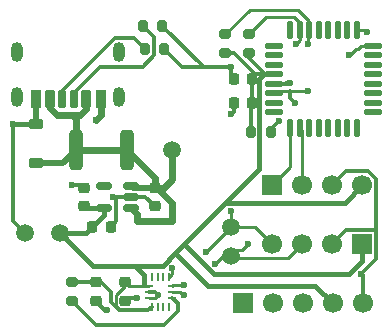
<source format=gbr>
%TF.GenerationSoftware,KiCad,Pcbnew,9.0.7*%
%TF.CreationDate,2026-02-19T23:55:45-05:00*%
%TF.ProjectId,usb_c_sensor_breakout,7573625f-635f-4736-956e-736f725f6272,rev?*%
%TF.SameCoordinates,Original*%
%TF.FileFunction,Copper,L1,Top*%
%TF.FilePolarity,Positive*%
%FSLAX46Y46*%
G04 Gerber Fmt 4.6, Leading zero omitted, Abs format (unit mm)*
G04 Created by KiCad (PCBNEW 9.0.7) date 2026-02-19 23:55:45*
%MOMM*%
%LPD*%
G01*
G04 APERTURE LIST*
G04 Aperture macros list*
%AMRoundRect*
0 Rectangle with rounded corners*
0 $1 Rounding radius*
0 $2 $3 $4 $5 $6 $7 $8 $9 X,Y pos of 4 corners*
0 Add a 4 corners polygon primitive as box body*
4,1,4,$2,$3,$4,$5,$6,$7,$8,$9,$2,$3,0*
0 Add four circle primitives for the rounded corners*
1,1,$1+$1,$2,$3*
1,1,$1+$1,$4,$5*
1,1,$1+$1,$6,$7*
1,1,$1+$1,$8,$9*
0 Add four rect primitives between the rounded corners*
20,1,$1+$1,$2,$3,$4,$5,0*
20,1,$1+$1,$4,$5,$6,$7,0*
20,1,$1+$1,$6,$7,$8,$9,0*
20,1,$1+$1,$8,$9,$2,$3,0*%
G04 Aperture macros list end*
%TA.AperFunction,ComponentPad*%
%ADD10R,1.700000X1.700000*%
%TD*%
%TA.AperFunction,ComponentPad*%
%ADD11C,1.700000*%
%TD*%
%TA.AperFunction,SMDPad,CuDef*%
%ADD12RoundRect,0.250000X-0.312500X-1.450000X0.312500X-1.450000X0.312500X1.450000X-0.312500X1.450000X0*%
%TD*%
%TA.AperFunction,SMDPad,CuDef*%
%ADD13RoundRect,0.125000X-0.125000X-0.625000X0.125000X-0.625000X0.125000X0.625000X-0.125000X0.625000X0*%
%TD*%
%TA.AperFunction,SMDPad,CuDef*%
%ADD14RoundRect,0.125000X-0.625000X-0.125000X0.625000X-0.125000X0.625000X0.125000X-0.625000X0.125000X0*%
%TD*%
%TA.AperFunction,SMDPad,CuDef*%
%ADD15C,1.500000*%
%TD*%
%TA.AperFunction,SMDPad,CuDef*%
%ADD16R,0.675000X0.250000*%
%TD*%
%TA.AperFunction,SMDPad,CuDef*%
%ADD17R,0.250000X0.675000*%
%TD*%
%TA.AperFunction,SMDPad,CuDef*%
%ADD18RoundRect,0.200000X-0.200000X-0.275000X0.200000X-0.275000X0.200000X0.275000X-0.200000X0.275000X0*%
%TD*%
%TA.AperFunction,SMDPad,CuDef*%
%ADD19RoundRect,0.200000X-0.275000X0.200000X-0.275000X-0.200000X0.275000X-0.200000X0.275000X0.200000X0*%
%TD*%
%TA.AperFunction,SMDPad,CuDef*%
%ADD20RoundRect,0.200000X0.275000X-0.200000X0.275000X0.200000X-0.275000X0.200000X-0.275000X-0.200000X0*%
%TD*%
%TA.AperFunction,SMDPad,CuDef*%
%ADD21RoundRect,0.225000X0.250000X-0.225000X0.250000X0.225000X-0.250000X0.225000X-0.250000X-0.225000X0*%
%TD*%
%TA.AperFunction,SMDPad,CuDef*%
%ADD22RoundRect,0.225000X0.225000X0.250000X-0.225000X0.250000X-0.225000X-0.250000X0.225000X-0.250000X0*%
%TD*%
%TA.AperFunction,SMDPad,CuDef*%
%ADD23RoundRect,0.225000X-0.250000X0.225000X-0.250000X-0.225000X0.250000X-0.225000X0.250000X0.225000X0*%
%TD*%
%TA.AperFunction,SMDPad,CuDef*%
%ADD24RoundRect,0.150000X0.512500X0.150000X-0.512500X0.150000X-0.512500X-0.150000X0.512500X-0.150000X0*%
%TD*%
%TA.AperFunction,SMDPad,CuDef*%
%ADD25RoundRect,0.225000X0.375000X-0.225000X0.375000X0.225000X-0.375000X0.225000X-0.375000X-0.225000X0*%
%TD*%
%TA.AperFunction,SMDPad,CuDef*%
%ADD26RoundRect,0.225000X-0.225000X-0.250000X0.225000X-0.250000X0.225000X0.250000X-0.225000X0.250000X0*%
%TD*%
%TA.AperFunction,SMDPad,CuDef*%
%ADD27RoundRect,0.175000X0.175000X0.625000X-0.175000X0.625000X-0.175000X-0.625000X0.175000X-0.625000X0*%
%TD*%
%TA.AperFunction,SMDPad,CuDef*%
%ADD28RoundRect,0.200000X0.200000X0.600000X-0.200000X0.600000X-0.200000X-0.600000X0.200000X-0.600000X0*%
%TD*%
%TA.AperFunction,SMDPad,CuDef*%
%ADD29RoundRect,0.225000X0.225000X0.575000X-0.225000X0.575000X-0.225000X-0.575000X0.225000X-0.575000X0*%
%TD*%
%TA.AperFunction,HeatsinkPad*%
%ADD30O,1.000000X1.700000*%
%TD*%
%TA.AperFunction,ViaPad*%
%ADD31C,0.600000*%
%TD*%
%TA.AperFunction,Conductor*%
%ADD32C,0.250000*%
%TD*%
%TA.AperFunction,Conductor*%
%ADD33C,0.300000*%
%TD*%
%TA.AperFunction,Conductor*%
%ADD34C,0.600000*%
%TD*%
%TA.AperFunction,Conductor*%
%ADD35C,0.400000*%
%TD*%
%TA.AperFunction,Conductor*%
%ADD36C,0.500000*%
%TD*%
G04 APERTURE END LIST*
D10*
%TO.P,J4,1,Pin_1*%
%TO.N,/+3V3*%
X154080000Y-82000000D03*
D11*
%TO.P,J4,2,Pin_2*%
%TO.N,GND*%
X151540000Y-82000000D03*
%TO.P,J4,3,Pin_3*%
%TO.N,/CONNECTORS/I2C_SCL*%
X149000000Y-82000000D03*
%TO.P,J4,4,Pin_4*%
%TO.N,/CONNECTORS/I2C_SDA*%
X146460000Y-82000000D03*
%TD*%
D12*
%TO.P,F1,2*%
%TO.N,/POWER_INPUT/+5V_IN*%
X134137500Y-74000000D03*
%TO.P,F1,1*%
X129862500Y-74000000D03*
%TD*%
D13*
%TO.P,U3,32,PB8*%
%TO.N,unconnected-(U3-PB8-Pad32)*%
X148000000Y-63825000D03*
%TO.P,U3,31,PB7*%
%TO.N,/CONNECTORS/I2C_SDA*%
X148800000Y-63825000D03*
%TO.P,U3,30,PB6*%
%TO.N,/CONNECTORS/I2C_SCL*%
X149600000Y-63825000D03*
%TO.P,U3,29,PB5*%
%TO.N,unconnected-(U3-PB5-Pad29)*%
X150400000Y-63825000D03*
%TO.P,U3,28,PB4*%
%TO.N,unconnected-(U3-PB4-Pad28)*%
X151200000Y-63825000D03*
%TO.P,U3,27,PB3*%
%TO.N,unconnected-(U3-PB3-Pad27)*%
X152000000Y-63825000D03*
%TO.P,U3,26,PA15*%
%TO.N,unconnected-(U3-PA15-Pad26)*%
X152800000Y-63825000D03*
%TO.P,U3,25,PA14*%
%TO.N,/CONNECTORS/SWCLK*%
X153600000Y-63825000D03*
D14*
%TO.P,U3,24,PA13*%
%TO.N,/CONNECTORS/SWDIO*%
X154975000Y-65200000D03*
%TO.P,U3,23,PA10/PA12*%
%TO.N,unconnected-(U3-PA10{slash}PA12-Pad23)*%
X154975000Y-66000000D03*
%TO.P,U3,22,PA9/PA11*%
%TO.N,unconnected-(U3-PA9{slash}PA11-Pad22)*%
X154975000Y-66800000D03*
%TO.P,U3,21,NC/PA10*%
%TO.N,unconnected-(U3-NC{slash}PA10-Pad21)*%
X154975000Y-67600000D03*
%TO.P,U3,20,PC6*%
%TO.N,unconnected-(U3-PC6-Pad20)*%
X154975000Y-68400000D03*
%TO.P,U3,19,NC/PA9*%
%TO.N,unconnected-(U3-NC{slash}PA9-Pad19)*%
X154975000Y-69200000D03*
%TO.P,U3,18,PA8*%
%TO.N,unconnected-(U3-PA8-Pad18)*%
X154975000Y-70000000D03*
%TO.P,U3,17,PB2*%
%TO.N,unconnected-(U3-PB2-Pad17)*%
X154975000Y-70800000D03*
D13*
%TO.P,U3,16,PB1*%
%TO.N,unconnected-(U3-PB1-Pad16)*%
X153600000Y-72175000D03*
%TO.P,U3,15,PB0*%
%TO.N,unconnected-(U3-PB0-Pad15)*%
X152800000Y-72175000D03*
%TO.P,U3,14,PA7*%
%TO.N,unconnected-(U3-PA7-Pad14)*%
X152000000Y-72175000D03*
%TO.P,U3,13,PA6*%
%TO.N,unconnected-(U3-PA6-Pad13)*%
X151200000Y-72175000D03*
%TO.P,U3,12,PA5*%
%TO.N,unconnected-(U3-PA5-Pad12)*%
X150400000Y-72175000D03*
%TO.P,U3,11,PA4*%
%TO.N,unconnected-(U3-PA4-Pad11)*%
X149600000Y-72175000D03*
%TO.P,U3,10,PA3*%
%TO.N,/CONNECTORS/UART_RX*%
X148800000Y-72175000D03*
%TO.P,U3,9,PA2*%
%TO.N,/CONNECTORS/UART_TX*%
X148000000Y-72175000D03*
D14*
%TO.P,U3,8,PA1*%
%TO.N,unconnected-(U3-PA1-Pad8)*%
X146625000Y-70800000D03*
%TO.P,U3,7,PA0*%
%TO.N,unconnected-(U3-PA0-Pad7)*%
X146625000Y-70000000D03*
%TO.P,U3,6,PF2*%
%TO.N,/CONNECTORS/NRST*%
X146625000Y-69200000D03*
%TO.P,U3,5,VSS*%
%TO.N,GND*%
X146625000Y-68400000D03*
%TO.P,U3,4,VDD*%
%TO.N,/+3V3*%
X146625000Y-67600000D03*
%TO.P,U3,3,PC15*%
%TO.N,unconnected-(U3-PC15-Pad3)*%
X146625000Y-66800000D03*
%TO.P,U3,2,PC14*%
%TO.N,unconnected-(U3-PC14-Pad2)*%
X146625000Y-66000000D03*
%TO.P,U3,1,PB9*%
%TO.N,unconnected-(U3-PB9-Pad1)*%
X146625000Y-65200000D03*
%TD*%
D15*
%TO.P,TP1,1,1*%
%TO.N,/CONNECTORS/I2C_SDA*%
X143000000Y-80500000D03*
%TD*%
%TO.P,TP2,1,1*%
%TO.N,/CONNECTORS/I2C_SCL*%
X143000000Y-83000000D03*
%TD*%
D16*
%TO.P,U2,14,AP_SDA/AP_SDIO/AP_SDI*%
%TO.N,/CONNECTORS/I2C_SDA*%
X138012500Y-85500000D03*
%TO.P,U2,13,AP_SCL/AP_SCLK*%
%TO.N,/CONNECTORS/I2C_SCL*%
X138012500Y-86000000D03*
%TO.P,U2,12,AP_CS*%
%TO.N,Net-(U2-AP_CS)*%
X138012500Y-86500000D03*
D17*
%TO.P,U2,11,RESV*%
%TO.N,unconnected-(U2-RESV-Pad11)*%
X137750000Y-87262500D03*
%TO.P,U2,10,RESV*%
%TO.N,unconnected-(U2-RESV-Pad10)*%
X137250000Y-87262500D03*
%TO.P,U2,9,INT2/FSYNC/CLKIN*%
%TO.N,unconnected-(U2-INT2{slash}FSYNC{slash}CLKIN-Pad9)*%
X136750000Y-87262500D03*
%TO.P,U2,8,VDD*%
%TO.N,/+3V3*%
X136250000Y-87262500D03*
D16*
%TO.P,U2,7,GND*%
%TO.N,GND*%
X135987500Y-86500000D03*
%TO.P,U2,6,GND*%
X135987500Y-86000000D03*
%TO.P,U2,5,VDDIO*%
%TO.N,/+3V3*%
X135987500Y-85500000D03*
D17*
%TO.P,U2,4,INT1/INT*%
%TO.N,/SENSOR_I2C/IMU_INT*%
X136250000Y-84737500D03*
%TO.P,U2,3,RESV*%
%TO.N,unconnected-(U2-RESV-Pad3)*%
X136750000Y-84737500D03*
%TO.P,U2,2,RESV*%
%TO.N,unconnected-(U2-RESV-Pad2)*%
X137250000Y-84737500D03*
%TO.P,U2,1,AP_SDO/AP_AD0*%
%TO.N,GND*%
X137750000Y-84737500D03*
%TD*%
D18*
%TO.P,R2,2*%
%TO.N,GND*%
X137325000Y-65500000D03*
%TO.P,R2,1*%
%TO.N,Net-(J1-CC2)*%
X135675000Y-65500000D03*
%TD*%
D19*
%TO.P,R3,1*%
%TO.N,/CONNECTORS/I2C_SCL*%
X142500000Y-64175000D03*
%TO.P,R3,2*%
%TO.N,/+3V3*%
X142500000Y-65825000D03*
%TD*%
D20*
%TO.P,R4,1*%
%TO.N,/+3V3*%
X144500000Y-65825000D03*
%TO.P,R4,2*%
%TO.N,/CONNECTORS/I2C_SDA*%
X144500000Y-64175000D03*
%TD*%
D10*
%TO.P,J3,1,Pin_1*%
%TO.N,/CONNECTORS/UART_TX*%
X146460000Y-77000000D03*
D11*
%TO.P,J3,2,Pin_2*%
%TO.N,/CONNECTORS/UART_RX*%
X149000000Y-77000000D03*
%TO.P,J3,3,Pin_3*%
%TO.N,GND*%
X151540000Y-77000000D03*
%TO.P,J3,4,Pin_4*%
%TO.N,/+3V3*%
X154080000Y-77000000D03*
%TD*%
D18*
%TO.P,R6,1*%
%TO.N,/+3V3*%
X144675000Y-72500000D03*
%TO.P,R6,2*%
%TO.N,/CONNECTORS/NRST*%
X146325000Y-72500000D03*
%TD*%
D15*
%TO.P,TP5,1,1*%
%TO.N,GND*%
X125500000Y-81000000D03*
%TD*%
D18*
%TO.P,R1,1*%
%TO.N,Net-(J1-CC1)*%
X135500000Y-63500000D03*
%TO.P,R1,2*%
%TO.N,GND*%
X137150000Y-63500000D03*
%TD*%
D21*
%TO.P,C5,1*%
%TO.N,GND*%
X131500000Y-86775000D03*
%TO.P,C5,2*%
%TO.N,/+3V3*%
X131500000Y-85225000D03*
%TD*%
D22*
%TO.P,C2,1*%
%TO.N,GND*%
X132775000Y-80500000D03*
%TO.P,C2,2*%
%TO.N,/+3V3*%
X131225000Y-80500000D03*
%TD*%
D23*
%TO.P,C4,1*%
%TO.N,/+3V3*%
X134000000Y-85225000D03*
%TO.P,C4,2*%
%TO.N,GND*%
X134000000Y-86775000D03*
%TD*%
D24*
%TO.P,U1,1,VIN*%
%TO.N,/POWER_INPUT/+5V_IN*%
X134500000Y-78950000D03*
%TO.P,U1,2,GND*%
%TO.N,GND*%
X134500000Y-78000000D03*
%TO.P,U1,3,EN*%
%TO.N,/POWER_INPUT/+5V_IN*%
X134500000Y-77050000D03*
%TO.P,U1,4,NC*%
%TO.N,unconnected-(U1-NC-Pad4)*%
X132225000Y-77050000D03*
%TO.P,U1,5,VOUT*%
%TO.N,/+3V3*%
X132225000Y-78950000D03*
%TD*%
D19*
%TO.P,R5,1*%
%TO.N,/+3V3*%
X129500000Y-85175000D03*
%TO.P,R5,2*%
%TO.N,Net-(U2-AP_CS)*%
X129500000Y-86825000D03*
%TD*%
D25*
%TO.P,D1,1,A1*%
%TO.N,/POWER_INPUT/+5V_IN*%
X126500000Y-75150000D03*
%TO.P,D1,2,A2*%
%TO.N,GND*%
X126500000Y-71850000D03*
%TD*%
D21*
%TO.P,C1,1*%
%TO.N,GND*%
X136500000Y-78775000D03*
%TO.P,C1,2*%
%TO.N,/POWER_INPUT/+5V_IN*%
X136500000Y-77225000D03*
%TD*%
D10*
%TO.P,J5,1,Pin_1*%
%TO.N,/CONNECTORS/SWDIO*%
X143960000Y-87000000D03*
D11*
%TO.P,J5,2,Pin_2*%
%TO.N,/CONNECTORS/SWCLK*%
X146500000Y-87000000D03*
%TO.P,J5,3,Pin_3*%
%TO.N,/CONNECTORS/NRST*%
X149040000Y-87000000D03*
%TO.P,J5,4,Pin_4*%
%TO.N,/+3V3*%
X151580000Y-87000000D03*
%TO.P,J5,5,Pin_5*%
%TO.N,GND*%
X154120000Y-87000000D03*
%TD*%
D26*
%TO.P,C6,1*%
%TO.N,GND*%
X143225000Y-70000000D03*
%TO.P,C6,2*%
%TO.N,/+3V3*%
X144775000Y-70000000D03*
%TD*%
D21*
%TO.P,C3,1*%
%TO.N,/+3V3*%
X130500000Y-78775000D03*
%TO.P,C3,2*%
%TO.N,GND*%
X130500000Y-77225000D03*
%TD*%
D15*
%TO.P,TP3,1,1*%
%TO.N,/POWER_INPUT/+5V_IN*%
X138000000Y-74000000D03*
%TD*%
%TO.P,TP4,1,1*%
%TO.N,/+3V3*%
X128500000Y-81000000D03*
%TD*%
D22*
%TO.P,C7,1*%
%TO.N,/+3V3*%
X144775000Y-68000000D03*
%TO.P,C7,2*%
%TO.N,GND*%
X143225000Y-68000000D03*
%TD*%
D27*
%TO.P,J1,A5,CC1*%
%TO.N,Net-(J1-CC1)*%
X129680000Y-69730000D03*
D28*
%TO.P,J1,A9,VBUS*%
%TO.N,/POWER_INPUT/+5V_IN*%
X127660000Y-69730000D03*
D29*
%TO.P,J1,A12,GND*%
%TO.N,GND*%
X126430000Y-69730000D03*
D27*
%TO.P,J1,B5,CC2*%
%TO.N,Net-(J1-CC2)*%
X128680000Y-69730000D03*
D28*
%TO.P,J1,B9,VBUS*%
%TO.N,/POWER_INPUT/+5V_IN*%
X130700000Y-69730000D03*
D29*
%TO.P,J1,B12,GND*%
%TO.N,GND*%
X131930000Y-69730000D03*
D30*
%TO.P,J1,S1,SHIELD*%
%TO.N,unconnected-(J1-SHIELD-PadS1)*%
X133500000Y-69550000D03*
%TO.N,unconnected-(J1-SHIELD-PadS1)_1*%
X133500000Y-65750000D03*
%TO.N,unconnected-(J1-SHIELD-PadS1)_2*%
X124860000Y-69550000D03*
%TO.N,unconnected-(J1-SHIELD-PadS1)_3*%
X124860000Y-65750000D03*
%TD*%
D31*
%TO.N,GND*%
X154000000Y-84500000D03*
%TO.N,/CONNECTORS/NRST*%
X148375000Y-70000000D03*
X147000000Y-71550000D03*
%TO.N,GND*%
X129500000Y-77000000D03*
X143000000Y-71000000D03*
%TO.N,/CONNECTORS/I2C_SDA*%
X139000000Y-85475000D03*
%TO.N,GND*%
X135000000Y-86500000D03*
X132469614Y-87530386D03*
X126430000Y-71000000D03*
X131500000Y-71500000D03*
X133000000Y-78000000D03*
X143000000Y-67000000D03*
X148000000Y-68350000D03*
%TO.N,/CONNECTORS/I2C_SDA*%
X148500000Y-65000000D03*
%TO.N,/CONNECTORS/NRST*%
X149500000Y-69000000D03*
%TO.N,/CONNECTORS/SWCLK*%
X154500000Y-64000000D03*
%TO.N,/CONNECTORS/SWDIO*%
X152929996Y-65929997D03*
%TO.N,GND*%
X138000000Y-84000000D03*
X136750000Y-86250000D03*
%TO.N,/CONNECTORS/I2C_SCL*%
X149500000Y-65000000D03*
X144401000Y-82000000D03*
X139000000Y-86275003D03*
X141644975Y-83655025D03*
%TO.N,/CONNECTORS/I2C_SDA*%
X140815686Y-82684314D03*
X143000000Y-79200000D03*
%TO.N,GND*%
X124500000Y-71850000D03*
%TD*%
D32*
%TO.N,/CONNECTORS/I2C_SDA*%
X143000000Y-79200000D02*
X143000000Y-80500000D01*
%TO.N,/CONNECTORS/I2C_SCL*%
X143500000Y-82500000D02*
X143000000Y-83000000D01*
X143901000Y-82500000D02*
X143500000Y-82500000D01*
X144401000Y-82000000D02*
X143901000Y-82500000D01*
D33*
%TO.N,GND*%
X155281000Y-76502529D02*
X155281000Y-80799000D01*
X154577471Y-75799000D02*
X155281000Y-76502529D01*
X152741000Y-75799000D02*
X154577471Y-75799000D01*
X151540000Y-77000000D02*
X152741000Y-75799000D01*
X152741000Y-80799000D02*
X151540000Y-82000000D01*
X155281000Y-80799000D02*
X152741000Y-80799000D01*
X155281000Y-83219000D02*
X155281000Y-80799000D01*
X154000000Y-84500000D02*
X155281000Y-83219000D01*
X154120000Y-84620000D02*
X154000000Y-84500000D01*
X154120000Y-87000000D02*
X154120000Y-84620000D01*
X132255386Y-87530386D02*
X131500000Y-86775000D01*
X132469614Y-87530386D02*
X132255386Y-87530386D01*
D32*
%TO.N,/CONNECTORS/SWCLK*%
X154325000Y-63825000D02*
X153600000Y-63825000D01*
X154500000Y-64000000D02*
X154325000Y-63825000D01*
%TO.N,/CONNECTORS/SWDIO*%
X153942834Y-65200000D02*
X154975000Y-65200000D01*
X153688068Y-65454766D02*
X153942834Y-65200000D01*
X153545234Y-65454766D02*
X153688068Y-65454766D01*
X153070003Y-65929997D02*
X153545234Y-65454766D01*
X152929996Y-65929997D02*
X153070003Y-65929997D01*
%TO.N,/CONNECTORS/I2C_SCL*%
X138639702Y-86000000D02*
X138012500Y-86000000D01*
X138825997Y-86101000D02*
X138740702Y-86101000D01*
X138740702Y-86101000D02*
X138639702Y-86000000D01*
X139000000Y-86275003D02*
X138825997Y-86101000D01*
D34*
%TO.N,/POWER_INPUT/+5V_IN*%
X135000000Y-79450000D02*
X134500000Y-78950000D01*
X138000000Y-80000000D02*
X135000000Y-80000000D01*
X138000000Y-78500000D02*
X138000000Y-80000000D01*
X135000000Y-80000000D02*
X135000000Y-79450000D01*
X136725000Y-77225000D02*
X138000000Y-78500000D01*
X136500000Y-77225000D02*
X136725000Y-77225000D01*
D35*
%TO.N,/+3V3*%
X139000000Y-82000000D02*
X141500000Y-84500000D01*
X141500000Y-84500000D02*
X153000000Y-84500000D01*
X153000000Y-84500000D02*
X154080000Y-83420000D01*
X154080000Y-83420000D02*
X154080000Y-82920000D01*
D32*
X133199000Y-87234466D02*
X133199000Y-86315534D01*
X133540534Y-87576000D02*
X133199000Y-87234466D01*
X133199000Y-86315534D02*
X134014534Y-85500000D01*
D34*
%TO.N,/POWER_INPUT/+5V_IN*%
X138000000Y-75500000D02*
X138000000Y-74000000D01*
D33*
%TO.N,/+3V3*%
X144775000Y-70000000D02*
X144775000Y-68000000D01*
X144675000Y-70100000D02*
X144775000Y-70000000D01*
X144675000Y-72500000D02*
X144675000Y-70100000D01*
%TO.N,GND*%
X147649000Y-68350000D02*
X147599000Y-68400000D01*
X148000000Y-68350000D02*
X147649000Y-68350000D01*
X147599000Y-68400000D02*
X146625000Y-68400000D01*
%TO.N,/CONNECTORS/NRST*%
X148000000Y-69625000D02*
X148000000Y-69000000D01*
D32*
X148000000Y-69000000D02*
X146825000Y-69000000D01*
D33*
X148375000Y-70000000D02*
X148000000Y-69625000D01*
X147000000Y-71550000D02*
X146325000Y-72225000D01*
X146325000Y-72225000D02*
X146325000Y-72500000D01*
D32*
X146825000Y-69000000D02*
X146625000Y-69200000D01*
X149500000Y-69000000D02*
X148000000Y-69000000D01*
D33*
%TO.N,/+3V3*%
X145875001Y-67600000D02*
X146625000Y-67600000D01*
%TO.N,GND*%
X133238500Y-78238500D02*
X133000000Y-78000000D01*
X133238500Y-80036500D02*
X133238500Y-78238500D01*
X132775000Y-80500000D02*
X133238500Y-80036500D01*
X130275000Y-77000000D02*
X130500000Y-77225000D01*
X129500000Y-77000000D02*
X130275000Y-77000000D01*
%TO.N,/+3V3*%
X144500000Y-66225000D02*
X145875001Y-67600000D01*
X144500000Y-65825000D02*
X144500000Y-66225000D01*
X144961762Y-67600000D02*
X146625000Y-67600000D01*
X143186762Y-65825000D02*
X144961762Y-67600000D01*
X142500000Y-65825000D02*
X143186762Y-65825000D01*
%TO.N,GND*%
X140650000Y-67000000D02*
X143000000Y-67000000D01*
X137150000Y-63500000D02*
X140650000Y-67000000D01*
X138825000Y-67000000D02*
X143000000Y-67000000D01*
X137325000Y-65500000D02*
X138825000Y-67000000D01*
D32*
%TO.N,/CONNECTORS/I2C_SDA*%
X148800000Y-64700000D02*
X148800000Y-63825000D01*
X148500000Y-65000000D02*
X148800000Y-64700000D01*
D33*
%TO.N,GND*%
X143225000Y-70775000D02*
X143000000Y-71000000D01*
X143225000Y-70000000D02*
X143225000Y-70775000D01*
X143000000Y-67000000D02*
X143000000Y-67775000D01*
X143000000Y-67775000D02*
X143225000Y-68000000D01*
D32*
%TO.N,/CONNECTORS/I2C_SCL*%
X142300000Y-83000000D02*
X143000000Y-83000000D01*
X141644975Y-83655025D02*
X142300000Y-83000000D01*
D33*
%TO.N,/+3V3*%
X131950000Y-85175000D02*
X132000000Y-85225000D01*
X129500000Y-85175000D02*
X131950000Y-85175000D01*
%TO.N,Net-(U2-AP_CS)*%
X131524000Y-88849000D02*
X137328000Y-88849000D01*
X138500000Y-87677000D02*
X138500000Y-86987500D01*
X138500000Y-86987500D02*
X138012500Y-86500000D01*
X129500000Y-86825000D02*
X131524000Y-88849000D01*
X137328000Y-88849000D02*
X138500000Y-87677000D01*
D34*
%TO.N,/POWER_INPUT/+5V_IN*%
X129862500Y-74000000D02*
X134137500Y-74000000D01*
X129500000Y-71031000D02*
X129862500Y-71393500D01*
X129500000Y-71031000D02*
X130199000Y-71031000D01*
X129862500Y-71393500D02*
X129862500Y-74000000D01*
D36*
%TO.N,GND*%
X126430000Y-69730000D02*
X126430000Y-71000000D01*
D34*
X131930000Y-71070000D02*
X131500000Y-71500000D01*
X131930000Y-69730000D02*
X131930000Y-71070000D01*
%TO.N,/POWER_INPUT/+5V_IN*%
X130700000Y-70530000D02*
X130700000Y-69730000D01*
X130199000Y-71031000D02*
X130700000Y-70530000D01*
X128220142Y-71031000D02*
X129500000Y-71031000D01*
X127660000Y-70470858D02*
X128220142Y-71031000D01*
X127660000Y-69730000D02*
X127660000Y-70470858D01*
D32*
%TO.N,GND*%
X138000000Y-84487500D02*
X137750000Y-84737500D01*
X138000000Y-84000000D02*
X138000000Y-84487500D01*
X136500000Y-86500000D02*
X135987500Y-86500000D01*
D33*
X136750000Y-86250000D02*
X136551000Y-86051000D01*
X136551000Y-86051000D02*
X135987500Y-86051000D01*
D32*
X136750000Y-86250000D02*
X136500000Y-86500000D01*
D33*
X135725000Y-78000000D02*
X136500000Y-78775000D01*
X134500000Y-78000000D02*
X135725000Y-78000000D01*
X133000000Y-78000000D02*
X134500000Y-78000000D01*
%TO.N,Net-(J1-CC1)*%
X136426000Y-66008774D02*
X136426000Y-64426000D01*
X135483774Y-66951000D02*
X136426000Y-66008774D01*
X131894226Y-66951000D02*
X135483774Y-66951000D01*
X129680000Y-69165226D02*
X131894226Y-66951000D01*
X129680000Y-69730000D02*
X129680000Y-69165226D01*
X136426000Y-64426000D02*
X135500000Y-63500000D01*
%TO.N,Net-(J1-CC2)*%
X134724000Y-64549000D02*
X135675000Y-65500000D01*
X128680000Y-69016504D02*
X133147504Y-64549000D01*
X133147504Y-64549000D02*
X134724000Y-64549000D01*
X128680000Y-69730000D02*
X128680000Y-69016504D01*
D34*
%TO.N,/POWER_INPUT/+5V_IN*%
X138000000Y-76500000D02*
X138000000Y-75500000D01*
X137275000Y-77225000D02*
X138000000Y-76500000D01*
X136500000Y-77225000D02*
X137275000Y-77225000D01*
D36*
X136500000Y-77225000D02*
X134675000Y-77225000D01*
X134675000Y-77225000D02*
X134500000Y-77050000D01*
D34*
X136500000Y-76362500D02*
X136500000Y-77225000D01*
X134137500Y-74000000D02*
X136500000Y-76362500D01*
D36*
X126500000Y-75150000D02*
X128712500Y-75150000D01*
X128712500Y-75150000D02*
X129862500Y-74000000D01*
%TO.N,GND*%
X131930000Y-69730000D02*
X131930000Y-70391292D01*
X126430000Y-71780000D02*
X126500000Y-71850000D01*
X126430000Y-71000000D02*
X126430000Y-71780000D01*
D32*
%TO.N,/CONNECTORS/I2C_SCL*%
X148650999Y-62126000D02*
X144549000Y-62126000D01*
X144549000Y-62126000D02*
X142500000Y-64175000D01*
X149600000Y-63075001D02*
X148650999Y-62126000D01*
X149600000Y-63825000D02*
X149600000Y-63075001D01*
%TO.N,/CONNECTORS/I2C_SDA*%
X145926000Y-62749000D02*
X144500000Y-64175000D01*
X148315274Y-62749000D02*
X145926000Y-62749000D01*
X148800000Y-63233726D02*
X148315274Y-62749000D01*
X148800000Y-63825000D02*
X148800000Y-63233726D01*
%TO.N,/CONNECTORS/I2C_SCL*%
X149500000Y-63925000D02*
X149600000Y-63825000D01*
X149500000Y-65000000D02*
X149500000Y-63925000D01*
%TO.N,/CONNECTORS/I2C_SDA*%
X139000000Y-85475000D02*
X138037500Y-85475000D01*
X138037500Y-85475000D02*
X138012500Y-85500000D01*
D33*
%TO.N,GND*%
X124500000Y-80000000D02*
X124500000Y-71850000D01*
X125500000Y-81000000D02*
X124500000Y-80000000D01*
D32*
X154000000Y-86880000D02*
X154120000Y-87000000D01*
%TO.N,/CONNECTORS/UART_RX*%
X149000000Y-72375000D02*
X148800000Y-72175000D01*
X149000000Y-77000000D02*
X149000000Y-72375000D01*
%TO.N,/CONNECTORS/UART_TX*%
X148000000Y-75460000D02*
X148000000Y-72175000D01*
X146460000Y-77000000D02*
X148000000Y-75460000D01*
%TO.N,/CONNECTORS/NRST*%
X146500000Y-72675000D02*
X146325000Y-72500000D01*
D36*
%TO.N,/POWER_INPUT/+5V_IN*%
X130700000Y-69800000D02*
X130500000Y-70000000D01*
X130700000Y-69730000D02*
X130700000Y-69800000D01*
D35*
X127830000Y-69998093D02*
X127660000Y-69828093D01*
X127830000Y-70000000D02*
X127830000Y-69998093D01*
X127660000Y-69828093D02*
X127660000Y-69730000D01*
%TO.N,/+3V3*%
X145374000Y-68012238D02*
X145786238Y-67600000D01*
X145374000Y-75626000D02*
X145374000Y-68012238D01*
X142500000Y-78500000D02*
X145374000Y-75626000D01*
X145786238Y-67600000D02*
X146625000Y-67600000D01*
D32*
%TO.N,/CONNECTORS/I2C_SDA*%
X143000000Y-80500000D02*
X140815686Y-82684314D01*
D35*
%TO.N,/+3V3*%
X142500000Y-78500000D02*
X152580000Y-78500000D01*
X138250000Y-82750000D02*
X142500000Y-78500000D01*
X152580000Y-78500000D02*
X154080000Y-77000000D01*
X150080000Y-85500000D02*
X151580000Y-87000000D01*
X141000000Y-85500000D02*
X150080000Y-85500000D01*
X138250000Y-82750000D02*
X141000000Y-85500000D01*
X137186120Y-83813880D02*
X134813880Y-83813880D01*
X138250000Y-82750000D02*
X137186120Y-83813880D01*
X151500000Y-86920000D02*
X151580000Y-87000000D01*
D32*
X135987500Y-85500000D02*
X134275000Y-85500000D01*
D33*
X133505178Y-87576000D02*
X132826000Y-86896822D01*
X132826000Y-86051000D02*
X132000000Y-85225000D01*
X135936500Y-87576000D02*
X133505178Y-87576000D01*
X136250000Y-87262500D02*
X135936500Y-87576000D01*
X132826000Y-86896822D02*
X132826000Y-86051000D01*
D35*
X134813880Y-83813880D02*
X135624000Y-84624000D01*
X135624000Y-84624000D02*
X135624000Y-85374000D01*
X133256886Y-83813880D02*
X134813880Y-83813880D01*
X128500000Y-81000000D02*
X131313880Y-83813880D01*
D32*
%TO.N,/CONNECTORS/I2C_SDA*%
X143000000Y-80500000D02*
X143000000Y-80512500D01*
%TO.N,/CONNECTORS/I2C_SCL*%
X143176000Y-83176000D02*
X143000000Y-83000000D01*
X147824000Y-83176000D02*
X143176000Y-83176000D01*
X149000000Y-82000000D02*
X147824000Y-83176000D01*
%TO.N,/CONNECTORS/I2C_SDA*%
X143000000Y-80500000D02*
X143200000Y-80500000D01*
X144960000Y-80500000D02*
X143000000Y-80500000D01*
X146460000Y-82000000D02*
X144960000Y-80500000D01*
D35*
%TO.N,/+3V3*%
X133256886Y-83813880D02*
X131313880Y-83813880D01*
X128500000Y-81000000D02*
X129000000Y-81500000D01*
X128500000Y-81000000D02*
X130725000Y-81000000D01*
X130725000Y-81000000D02*
X131225000Y-80500000D01*
%TO.N,GND*%
X124500000Y-71850000D02*
X126500000Y-71850000D01*
D33*
X134000000Y-86775000D02*
X134225000Y-86775000D01*
D35*
%TO.N,/+3V3*%
X130675000Y-78950000D02*
X130500000Y-78775000D01*
X132225000Y-78950000D02*
X130675000Y-78950000D01*
X132225000Y-79500000D02*
X131225000Y-80500000D01*
X132225000Y-78950000D02*
X132225000Y-79500000D01*
D32*
%TO.N,GND*%
X136500000Y-78485466D02*
X136500000Y-78775000D01*
X136500000Y-78775000D02*
X136500000Y-78660178D01*
%TO.N,/POWER_INPUT/+5V_IN*%
X129862500Y-73977202D02*
X129862500Y-74000000D01*
D36*
%TO.N,/CONNECTORS/SWDIO*%
X155000000Y-65175000D02*
X154975000Y-65200000D01*
D33*
%TO.N,GND*%
X135000000Y-86500000D02*
X134275000Y-86500000D01*
X134275000Y-86500000D02*
X134000000Y-86775000D01*
%TD*%
M02*

</source>
